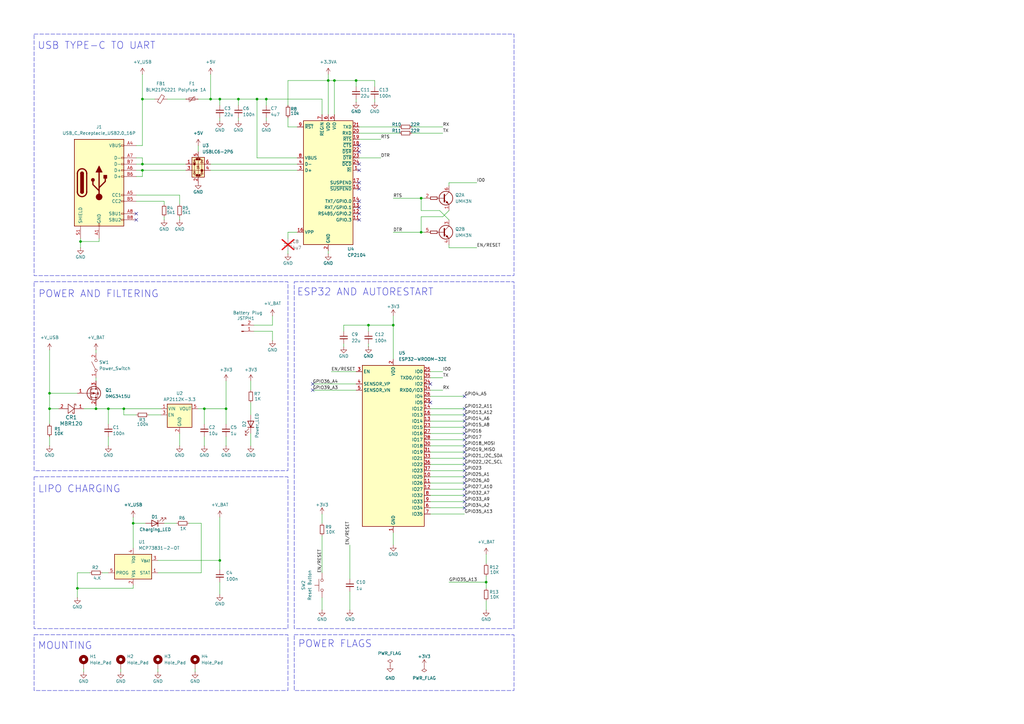
<source format=kicad_sch>
(kicad_sch (version 20231120) (generator "eeschema") (generator_version "8.0")
  (paper "A3")
  (title_block (title "ESP32 Board") (rev "1.0") (comment 1 "https://www.youtube.com/watch?v=b-7bMl6fJio") (comment 2 "https://cdn-learn.adafruit.com/assets/assets/000/041/630/original/feather_schem.png?1494449413") (comment 3 "https://dl.espressif.com/dl/schematics/ESP32-Core-Board-V2_sch.pdf"))
  (junction (at 199.39 238.76))
  (junction (at 92.71 167.64))
  (junction (at 50.8 167.64))
  (junction (at 105.41 40.64))
  (junction (at 151.13 133.35))
  (junction (at 39.37 167.64))
  (junction (at 54.61 214.63))
  (junction (at 109.22 40.64))
  (junction (at 33.02 99.06))
  (junction (at 58.42 69.85))
  (junction (at 20.32 161.29))
  (junction (at 172.72 95.25))
  (junction (at 58.42 67.31))
  (junction (at 137.16 33.02))
  (junction (at 44.45 167.64))
  (junction (at 161.29 133.35))
  (junction (at 20.32 167.64))
  (junction (at 90.17 40.64))
  (junction (at 146.05 33.02))
  (junction (at 172.72 81.28))
  (junction (at 134.62 33.02))
  (junction (at 58.42 40.64))
  (junction (at 31.75 241.3))
  (junction (at 90.17 229.87))
  (junction (at 86.36 40.64))
  (junction (at 83.82 167.64))
  (junction (at 97.79 40.64))
  (no_connect (at 147.32 62.23))
  (no_connect (at 190.5 208.28))
  (no_connect (at 190.5 190.5))
  (no_connect (at 190.5 172.72))
  (no_connect (at 190.5 182.88))
  (no_connect (at 147.32 87.63))
  (no_connect (at 190.5 193.04))
  (no_connect (at 147.32 77.47))
  (no_connect (at 190.5 162.56))
  (no_connect (at 176.53 165.1))
  (no_connect (at 190.5 200.66))
  (no_connect (at 128.27 160.02))
  (no_connect (at 55.88 90.17))
  (no_connect (at 55.88 87.63))
  (no_connect (at 147.32 85.09))
  (no_connect (at 190.5 170.18))
  (no_connect (at 190.5 195.58))
  (no_connect (at 190.5 167.64))
  (no_connect (at 190.5 185.42))
  (no_connect (at 147.32 59.69))
  (no_connect (at 147.32 69.85))
  (no_connect (at 147.32 67.31))
  (no_connect (at 128.27 157.48))
  (no_connect (at 190.5 187.96))
  (no_connect (at 147.32 74.93))
  (no_connect (at 190.5 177.8))
  (no_connect (at 190.5 180.34))
  (no_connect (at 190.5 175.26))
  (no_connect (at 147.32 90.17))
  (no_connect (at 147.32 82.55))
  (no_connect (at 190.5 198.12))
  (no_connect (at 190.5 203.2))
  (no_connect (at 190.5 205.74))
  (no_connect (at 176.53 157.48))
  (wire (pts (xy 109.22 48.26) (xy 109.22 49.53)))
  (wire (pts (xy 153.67 40.64) (xy 153.67 41.91)))
  (wire (pts (xy 34.29 167.64) (xy 39.37 167.64)))
  (wire (pts (xy 55.88 80.01) (xy 73.66 80.01)))
  (wire (pts (xy 44.45 173.99) (xy 44.45 167.64)))
  (wire (pts (xy 199.39 236.22) (xy 199.39 238.76)))
  (wire (pts (xy 143.51 223.52) (xy 143.51 237.49)))
  (wire (pts (xy 172.72 88.9) (xy 172.72 95.25)))
  (wire (pts (xy 176.53 185.42) (xy 190.5 185.42)))
  (wire (pts (xy 31.75 234.95) (xy 31.75 241.3)))
  (wire (pts (xy 118.11 52.07) (xy 118.11 48.26)))
  (wire (pts (xy 73.66 80.01) (xy 73.66 83.82)))
  (wire (pts (xy 140.97 133.35) (xy 140.97 135.89)))
  (wire (pts (xy 20.32 161.29) (xy 20.32 167.64)))
  (wire (pts (xy 104.14 133.35) (xy 111.76 133.35)))
  (wire (pts (xy 20.32 143.51) (xy 20.32 161.29)))
  (wire (pts (xy 50.8 170.18) (xy 50.8 167.64)))
  (wire (pts (xy 176.53 162.56) (xy 190.5 162.56)))
  (wire (pts (xy 55.88 82.55) (xy 67.31 82.55)))
  (wire (pts (xy 184.15 90.17) (xy 180.34 86.36)))
  (wire (pts (xy 132.08 214.63) (xy 132.08 210.82)))
  (wire (pts (xy 33.02 99.06) (xy 33.02 101.6)))
  (wire (pts (xy 176.53 205.74) (xy 190.5 205.74)))
  (wire (pts (xy 82.55 214.63) (xy 77.47 214.63)))
  (wire (pts (xy 67.31 214.63) (xy 72.39 214.63)))
  (wire (pts (xy 97.79 40.64) (xy 97.79 43.18)))
  (wire (pts (xy 199.39 238.76) (xy 199.39 241.3)))
  (wire (pts (xy 176.53 154.94) (xy 181.61 154.94)))
  (wire (pts (xy 83.82 167.64) (xy 83.82 173.99)))
  (wire (pts (xy 176.53 160.02) (xy 181.61 160.02)))
  (wire (pts (xy 92.71 179.07) (xy 92.71 182.88)))
  (wire (pts (xy 147.32 64.77) (xy 156.21 64.77)))
  (wire (pts (xy 128.27 160.02) (xy 146.05 160.02)))
  (wire (pts (xy 172.72 81.28) (xy 172.72 86.36)))
  (wire (pts (xy 49.53 274.32) (xy 49.53 275.59)))
  (wire (pts (xy 135.89 152.4) (xy 146.05 152.4)))
  (wire (pts (xy 31.75 245.11) (xy 31.75 241.3)))
  (wire (pts (xy 44.45 167.64) (xy 50.8 167.64)))
  (wire (pts (xy 20.32 161.29) (xy 31.75 161.29)))
  (wire (pts (xy 176.53 180.34) (xy 190.5 180.34)))
  (wire (pts (xy 176.53 200.66) (xy 190.5 200.66)))
  (wire (pts (xy 97.79 48.26) (xy 97.79 49.53)))
  (wire (pts (xy 128.27 157.48) (xy 146.05 157.48)))
  (wire (pts (xy 168.91 54.61) (xy 181.61 54.61)))
  (wire (pts (xy 172.72 88.9) (xy 181.61 88.9)))
  (wire (pts (xy 68.58 40.64) (xy 76.2 40.64)))
  (wire (pts (xy 90.17 229.87) (xy 90.17 233.68)))
  (wire (pts (xy 58.42 67.31) (xy 76.2 67.31)))
  (wire (pts (xy 199.39 227.33) (xy 199.39 231.14)))
  (wire (pts (xy 58.42 64.77) (xy 58.42 67.31)))
  (wire (pts (xy 41.91 234.95) (xy 44.45 234.95)))
  (wire (pts (xy 54.61 214.63) (xy 59.69 214.63)))
  (wire (pts (xy 161.29 129.54) (xy 161.29 133.35)))
  (wire (pts (xy 147.32 57.15) (xy 156.21 57.15)))
  (wire (pts (xy 54.61 214.63) (xy 54.61 224.79)))
  (wire (pts (xy 86.36 67.31) (xy 121.92 67.31)))
  (wire (pts (xy 86.36 69.85) (xy 121.92 69.85)))
  (wire (pts (xy 102.87 156.21) (xy 102.87 160.02)))
  (wire (pts (xy 40.64 99.06) (xy 33.02 99.06)))
  (wire (pts (xy 176.53 198.12) (xy 190.5 198.12)))
  (wire (pts (xy 140.97 133.35) (xy 151.13 133.35)))
  (wire (pts (xy 172.72 95.25) (xy 173.99 95.25)))
  (wire (pts (xy 132.08 234.95) (xy 132.08 219.71)))
  (wire (pts (xy 97.79 40.64) (xy 105.41 40.64)))
  (wire (pts (xy 39.37 166.37) (xy 39.37 167.64)))
  (wire (pts (xy 50.8 167.64) (xy 66.04 167.64)))
  (wire (pts (xy 86.36 40.64) (xy 86.36 30.48)))
  (wire (pts (xy 83.82 167.64) (xy 92.71 167.64)))
  (wire (pts (xy 64.77 234.95) (xy 82.55 234.95)))
  (wire (pts (xy 55.88 59.69) (xy 58.42 59.69)))
  (wire (pts (xy 104.14 135.89) (xy 111.76 135.89)))
  (wire (pts (xy 176.53 177.8) (xy 190.5 177.8)))
  (wire (pts (xy 83.82 179.07) (xy 83.82 182.88)))
  (wire (pts (xy 102.87 165.1) (xy 102.87 170.18)))
  (wire (pts (xy 39.37 143.51) (xy 39.37 144.78)))
  (wire (pts (xy 146.05 40.64) (xy 146.05 41.91)))
  (wire (pts (xy 176.53 195.58) (xy 190.5 195.58)))
  (wire (pts (xy 147.32 52.07) (xy 163.83 52.07)))
  (wire (pts (xy 118.11 102.87) (xy 118.11 104.14)))
  (wire (pts (xy 39.37 154.94) (xy 39.37 156.21)))
  (wire (pts (xy 90.17 40.64) (xy 97.79 40.64)))
  (wire (pts (xy 161.29 218.44) (xy 161.29 223.52)))
  (wire (pts (xy 137.16 33.02) (xy 134.62 33.02)))
  (wire (pts (xy 105.41 40.64) (xy 105.41 64.77)))
  (wire (pts (xy 184.15 101.6) (xy 195.58 101.6)))
  (wire (pts (xy 172.72 81.28) (xy 173.99 81.28)))
  (wire (pts (xy 81.28 40.64) (xy 86.36 40.64)))
  (wire (pts (xy 44.45 179.07) (xy 44.45 182.88)))
  (wire (pts (xy 151.13 133.35) (xy 151.13 135.89)))
  (wire (pts (xy 137.16 33.02) (xy 137.16 46.99)))
  (wire (pts (xy 147.32 54.61) (xy 163.83 54.61)))
  (wire (pts (xy 176.53 175.26) (xy 190.5 175.26)))
  (wire (pts (xy 55.88 72.39) (xy 58.42 72.39)))
  (wire (pts (xy 58.42 72.39) (xy 58.42 69.85)))
  (wire (pts (xy 80.01 274.32) (xy 80.01 275.59)))
  (wire (pts (xy 134.62 30.48) (xy 134.62 33.02)))
  (wire (pts (xy 161.29 81.28) (xy 172.72 81.28)))
  (wire (pts (xy 58.42 69.85) (xy 76.2 69.85)))
  (wire (pts (xy 64.77 274.32) (xy 64.77 275.59)))
  (wire (pts (xy 118.11 95.25) (xy 121.92 95.25)))
  (wire (pts (xy 140.97 140.97) (xy 140.97 142.24)))
  (wire (pts (xy 105.41 64.77) (xy 121.92 64.77)))
  (wire (pts (xy 20.32 179.07) (xy 20.32 182.88)))
  (wire (pts (xy 143.51 242.57) (xy 143.51 250.19)))
  (wire (pts (xy 151.13 133.35) (xy 161.29 133.35)))
  (wire (pts (xy 118.11 95.25) (xy 118.11 97.79)))
  (wire (pts (xy 102.87 177.8) (xy 102.87 182.88)))
  (wire (pts (xy 20.32 167.64) (xy 24.13 167.64)))
  (wire (pts (xy 58.42 30.48) (xy 58.42 40.64)))
  (wire (pts (xy 67.31 82.55) (xy 67.31 83.82)))
  (wire (pts (xy 134.62 102.87) (xy 134.62 104.14)))
  (wire (pts (xy 54.61 212.09) (xy 54.61 214.63)))
  (wire (pts (xy 31.75 234.95) (xy 36.83 234.95)))
  (wire (pts (xy 137.16 33.02) (xy 146.05 33.02)))
  (wire (pts (xy 176.53 210.82) (xy 190.5 210.82)))
  (wire (pts (xy 60.96 170.18) (xy 66.04 170.18)))
  (wire (pts (xy 161.29 95.25) (xy 172.72 95.25)))
  (wire (pts (xy 176.53 182.88) (xy 190.5 182.88)))
  (wire (pts (xy 58.42 40.64) (xy 63.5 40.64)))
  (wire (pts (xy 199.39 246.38) (xy 199.39 250.19)))
  (wire (pts (xy 90.17 40.64) (xy 90.17 43.18)))
  (wire (pts (xy 105.41 40.64) (xy 109.22 40.64)))
  (wire (pts (xy 86.36 40.64) (xy 90.17 40.64)))
  (wire (pts (xy 20.32 167.64) (xy 20.32 173.99)))
  (wire (pts (xy 33.02 97.79) (xy 33.02 99.06)))
  (wire (pts (xy 176.53 152.4) (xy 181.61 152.4)))
  (wire (pts (xy 82.55 234.95) (xy 82.55 214.63)))
  (wire (pts (xy 90.17 229.87) (xy 90.17 212.09)))
  (wire (pts (xy 153.67 33.02) (xy 153.67 35.56)))
  (wire (pts (xy 184.15 74.93) (xy 195.58 74.93)))
  (wire (pts (xy 34.29 274.32) (xy 34.29 275.59)))
  (wire (pts (xy 134.62 33.02) (xy 134.62 46.99)))
  (wire (pts (xy 92.71 167.64) (xy 92.71 173.99)))
  (wire (pts (xy 73.66 88.9) (xy 73.66 90.17)))
  (wire (pts (xy 172.72 86.36) (xy 180.34 86.36)))
  (wire (pts (xy 109.22 40.64) (xy 109.22 43.18)))
  (wire (pts (xy 161.29 133.35) (xy 161.29 147.32)))
  (wire (pts (xy 92.71 156.21) (xy 92.71 167.64)))
  (wire (pts (xy 151.13 140.97) (xy 151.13 142.24)))
  (wire (pts (xy 55.88 64.77) (xy 58.42 64.77)))
  (wire (pts (xy 168.91 52.07) (xy 181.61 52.07)))
  (wire (pts (xy 176.53 193.04) (xy 190.5 193.04)))
  (wire (pts (xy 109.22 40.64) (xy 132.08 40.64)))
  (wire (pts (xy 176.53 172.72) (xy 190.5 172.72)))
  (wire (pts (xy 40.64 97.79) (xy 40.64 99.06)))
  (wire (pts (xy 67.31 88.9) (xy 67.31 90.17)))
  (wire (pts (xy 31.75 241.3) (xy 54.61 241.3)))
  (wire (pts (xy 90.17 48.26) (xy 90.17 49.53)))
  (wire (pts (xy 55.88 69.85) (xy 58.42 69.85)))
  (wire (pts (xy 44.45 167.64) (xy 39.37 167.64)))
  (wire (pts (xy 176.53 190.5) (xy 190.5 190.5)))
  (wire (pts (xy 176.53 187.96) (xy 190.5 187.96)))
  (wire (pts (xy 146.05 33.02) (xy 153.67 33.02)))
  (wire (pts (xy 64.77 229.87) (xy 90.17 229.87)))
  (wire (pts (xy 58.42 59.69) (xy 58.42 40.64)))
  (wire (pts (xy 73.66 177.8) (xy 73.66 182.88)))
  (wire (pts (xy 184.15 86.36) (xy 181.61 88.9)))
  (wire (pts (xy 176.53 167.64) (xy 190.5 167.64)))
  (wire (pts (xy 54.61 241.3) (xy 54.61 240.03)))
  (wire (pts (xy 111.76 135.89) (xy 111.76 139.7)))
  (wire (pts (xy 81.28 59.69) (xy 81.28 62.23)))
  (wire (pts (xy 132.08 40.64) (xy 132.08 46.99)))
  (wire (pts (xy 176.53 208.28) (xy 190.5 208.28)))
  (wire (pts (xy 146.05 33.02) (xy 146.05 35.56)))
  (wire (pts (xy 118.11 33.02) (xy 134.62 33.02)))
  (wire (pts (xy 118.11 43.18) (xy 118.11 33.02)))
  (wire (pts (xy 184.15 74.93) (xy 184.15 76.2)))
  (wire (pts (xy 90.17 238.76) (xy 90.17 243.84)))
  (wire (pts (xy 121.92 52.07) (xy 118.11 52.07)))
  (wire (pts (xy 55.88 170.18) (xy 50.8 170.18)))
  (wire (pts (xy 176.53 203.2) (xy 190.5 203.2)))
  (wire (pts (xy 132.08 245.11) (xy 132.08 250.19)))
  (wire (pts (xy 58.42 67.31) (xy 55.88 67.31)))
  (wire (pts (xy 184.15 238.76) (xy 199.39 238.76)))
  (wire (pts (xy 184.15 100.33) (xy 184.15 101.6)))
  (wire (pts (xy 176.53 170.18) (xy 190.5 170.18)))
  (wire (pts (xy 111.76 133.35) (xy 111.76 129.54)))
  (wire (pts (xy 81.28 167.64) (xy 83.82 167.64)))
  (rectangle (start 120.65 260.35) (end 210.82 283.21) (stroke (width 0) (type dash)))
  (rectangle (start 13.97 195.58) (end 118.11 257.81) (stroke (width 0) (type dash)))
  (rectangle (start 13.97 260.35) (end 118.11 283.21) (stroke (width 0) (type dash)))
  (rectangle (start 120.65 115.57) (end 210.82 257.81) (stroke (width 0) (type dash)))
  (rectangle (start 13.97 13.97) (end 210.82 113.03) (stroke (width 0) (type dash)))
  (rectangle (start 13.97 115.57) (end 118.11 193.04) (stroke (width 0) (type dash)))
  (text "LIPO CHARGING" (at 32.512 200.66 0) (effects (font (size 2.921 2.921))))
  (text "USB TYPE-C TO UART" (at 39.624 18.796 0) (effects (font (size 2.921 2.921))))
  (text "ESP32 AND AUTORESTART" (at 149.86 119.888 0) (effects (font (size 2.921 2.921))))
  (text "POWER FLAGS" (at 137.414 264.16 0) (effects (font (size 2.921 2.921))))
  (text "MOUNTING" (at 26.67 264.922 0) (effects (font (size 2.921 2.921))))
  (text "POWER AND FILTERING" (at 40.386 120.65 0) (effects (font (size 2.921 2.921))))
  (label "GPIO27_A10" (at 190.5 200.66 0))
  (label "DTR" (at 156.21 64.77 0))
  (label "RTS" (at 161.29 81.28 0))
  (label "GPIO36_A4" (at 128.27 157.48 0))
  (label "GPIO34_A2" (at 190.5 208.28 0))
  (label "GPIO19_MISO" (at 190.5 185.42 0))
  (label "GPIO26_A0" (at 190.5 198.12 0))
  (label "GPIO18_MOSI" (at 190.5 182.88 0))
  (label "EN{slash}RESET" (at 135.89 152.4 0))
  (label "GPIO4_A5" (at 190.5 162.56 0))
  (label "EN{slash}RESET" (at 143.51 223.52 90))
  (label "GPIO14_A6" (at 190.5 172.72 0))
  (label "RTS" (at 156.21 57.15 0))
  (label "GPIO39_A3" (at 128.27 160.02 0))
  (label "GPIO13_A12" (at 190.5 170.18 0))
  (label "GPIO21_I2C_SDA" (at 190.5 187.96 0))
  (label "GPIO17" (at 190.5 180.34 0))
  (label "RX" (at 181.61 52.07 0))
  (label "GPIO35_A13" (at 184.15 238.76 0))
  (label "DTR" (at 161.29 95.25 0))
  (label "GPIO16" (at 190.5 177.8 0))
  (label "IO0" (at 195.58 74.93 0))
  (label "RX" (at 181.61 160.02 0))
  (label "EN{slash}RESET" (at 132.08 234.95 90))
  (label "GPIO22_I2C_SCL" (at 190.5 190.5 0))
  (label "GPIO25_A1" (at 190.5 195.58 0))
  (label "TX" (at 181.61 154.94 0))
  (label "GPIO12_A11" (at 190.5 167.64 0))
  (label "IO0" (at 181.61 152.4 0))
  (label "GPIO33_A9" (at 190.5 205.74 0))
  (label "GPIO23" (at 190.5 193.04 0))
  (label "TX" (at 181.61 54.61 0))
  (label "GPIO32_A7" (at 190.5 203.2 0))
  (label "GPIO15_A8" (at 190.5 175.26 0))
  (label "GPIO35_A13" (at 190.5 210.82 0))
  (label "EN{slash}RESET" (at 195.58 101.6 0))
  (symbol (lib_id "Device:R_Small") (at 73.66 86.36 0) (unit 1)
    (property "Reference" "R5" (at 74.676 85.344 0) (effects (justify left)))
    (property "Value" "5k1" (at 74.676 87.122 0) (effects (justify left)))
    (property "Footprint" "Resistor_SMD:R_0402_1005Metric_Pad0.72x0.64mm_HandSolder" (effects (hide yes)))
    (property "Description" "Resistor, small symbol" (effects (hide yes)))
  )
  (symbol (lib_id "Device:R_Small") (at 102.87 162.56 0) (unit 1)
    (property "Reference" "R7" (at 104.14 161.544 0) (effects (justify left)))
    (property "Value" "1K" (at 104.394 163.576 0) (effects (justify left)))
    (property "Footprint" "Resistor_SMD:R_0402_1005Metric_Pad0.72x0.64mm_HandSolder" (effects (hide yes)))
    (property "Description" "Resistor, small symbol" (effects (hide yes)))
  )
  (symbol (lib_id "Regulator_Linear:AP2112K-3.3") (at 73.66 170.18 0) (unit 1)
    (property "Reference" "U2" (at 73.66 161.29 0))
    (property "Value" "AP2112K-3.3" (at 73.66 163.83 0))
    (property "Footprint" "Package_TO_SOT_SMD:SOT-23-5" (effects (hide yes)))
    (property "Datasheet" "https://www.diodes.com/assets/Datasheets/AP2112.pdf" (effects (hide yes)))
    (property "Description" "600mA low dropout linear regulator, with enable pin, 3.8V-6V input voltage range, 3.3V fixed positive output, SOT-23-5" (effects (hide yes)))
  )
  (symbol (lib_id "power:GND") (at 161.29 223.52 0) (unit 1)
    (property "Reference" "#PWR042" (effects (hide yes)))
    (property "Value" "GND" (at 161.29 227.33 0))
  )
  (symbol (lib_id "power:GND") (at 146.05 41.91 0) (unit 1)
    (property "Reference" "#PWR038" (effects (hide yes)))
    (property "Value" "GND" (at 146.05 45.72 0))
    (property "Description" "Power symbol creates a global label with name \"GND\" , ground" (effects (hide yes)))
  )
  (symbol (lib_id "power:GND") (at 31.75 245.11 0) (unit 1)
    (property "Reference" "#PWR03" (effects (hide yes)))
    (property "Value" "GND" (at 31.75 248.92 0))
  )
  (symbol (lib_id "Switch:SW_Push") (at 132.08 240.03 90) (unit 1)
    (property "Reference" "SW2" (at 124.46 240.03 0))
    (property "Value" "Reset Button" (at 127 240.03 0))
    (property "Footprint" "Button_Switch_SMD:SW_Push_SPST_NO_Alps_SKRK" (effects (hide yes)))
    (property "Description" "Push button switch, generic, two pins" (effects (hide yes)))
  )
  (symbol (lib_id "power:+BATT") (at 199.39 227.33 0) (unit 1)
    (property "Reference" "#PWR043" (effects (hide yes)))
    (property "Value" "+V_BAT" (at 199.39 222.25 0))
    (property "Description" "Power symbol creates a global label with name \"+BATT\"" (effects (hide yes)))
  )
  (symbol (lib_id "Device:R_Small") (at 118.11 45.72 0) (unit 1)
    (property "Reference" "R8" (at 119.126 44.704 0) (effects (justify left)))
    (property "Value" "10k" (at 119.126 46.482 0) (effects (justify left)))
    (property "Footprint" "Resistor_SMD:R_0402_1005Metric_Pad0.72x0.64mm_HandSolder" (effects (hide yes)))
    (property "Description" "Resistor, small symbol" (effects (hide yes)))
  )
  (symbol (lib_id "Device:C_Small") (at 83.82 176.53 0) (unit 1)
    (property "Reference" "C2" (at 85.598 175.26 0) (effects (justify left)))
    (property "Value" "10u" (at 85.598 177.8 0) (effects (justify left)))
    (property "Footprint" "Capacitor_SMD:C_0805_2012Metric_Pad1.18x1.45mm_HandSolder" (effects (hide yes)))
    (property "Description" "Unpolarized capacitor, small symbol" (effects (hide yes)))
  )
  (symbol (lib_id "power:GND") (at 34.29 275.59 0) (unit 1)
    (property "Reference" "#PWR05" (effects (hide yes)))
    (property "Value" "GND" (at 34.29 279.4 0))
    (property "Description" "Power symbol creates a global label with name \"GND\" , ground" (effects (hide yes)))
  )
  (symbol (lib_id "Device:C_Small") (at 118.11 100.33 0) (unit 1) (in_bom no) (on_board no) (dnp yes)
    (property "Reference" "C8" (at 119.888 99.06 0) (effects (justify left)))
    (property "Value" "4u7" (at 119.888 101.6 0) (effects (justify left)))
    (property "Footprint" "Capacitor_SMD:C_0805_2012Metric_Pad1.18x1.45mm_HandSolder" (effects (hide yes)))
    (property "Description" "Unpolarized capacitor, small symbol" (effects (hide yes)))
  )
  (symbol (lib_id "Connector:Conn_01x02_Pin") (at 99.06 135.89 0) (mirror x) (unit 1)
    (property "Reference" "JSTPH1" (at 100.838 130.556 0))
    (property "Value" "Battery Plug" (at 101.6 128.27 0))
    (property "Footprint" "Connector_JST:JST_PH_S2B-PH-K_1x02_P2.00mm_Horizontal" (effects (hide yes)))
    (property "Description" "Generic connector, single row, 01x02, script generated" (effects (hide yes)))
  )
  (symbol (lib_id "power:+5VP") (at 54.61 212.09 0) (unit 1)
    (property "Reference" "#PWR09" (effects (hide yes)))
    (property "Value" "+V_USB" (at 54.61 207.01 0))
    (property "Description" "Power symbol creates a global label with name \"+5VP\"" (effects (hide yes)))
  )
  (symbol (lib_id "power:GND") (at 73.66 90.17 0) (unit 1)
    (property "Reference" "#PWR013" (effects (hide yes)))
    (property "Value" "GND" (at 73.66 93.98 0))
    (property "Description" "Power symbol creates a global label with name \"GND\" , ground" (effects (hide yes)))
  )
  (symbol (lib_id "Device:R_Small") (at 74.93 214.63 270) (unit 1)
    (property "Reference" "R6" (at 73.279 212.471 90) (effects (justify left)))
    (property "Value" "1K" (at 73.787 216.789 90) (effects (justify left)))
    (property "Footprint" "Resistor_SMD:R_0402_1005Metric_Pad0.72x0.64mm_HandSolder" (effects (hide yes)))
    (property "Description" "Resistor, small symbol" (effects (hide yes)))
  )
  (symbol (lib_id "Transistor_BJT:UMH3N") (at 179.07 95.25 0) (unit 2)
    (property "Reference" "Q2" (at 186.69 93.9799 0) (effects (justify left)))
    (property "Value" "UMH3N" (at 186.69 96.5199 0) (effects (justify left)))
    (property "Footprint" "Package_TO_SOT_SMD:SOT-363_SC-70-6" (effects (hide yes)))
    (property "Datasheet" "http://rohmfs.rohm.com/en/products/databook/datasheet/discrete/transistor/digital/emh3t2r-e.pdf" (effects (hide yes)))
    (property "Description" "0.1A Ic, 50V Vce, Dual NPN Input Resistor Transistors, SOT-363" (effects (hide yes)))
  )
  (symbol (lib_id "Mechanical:MountingHole_Pad") (at 49.53 271.78 0) (unit 1)
    (property "Reference" "H2" (at 52.07 269.2399 0) (effects (justify left)))
    (property "Value" "Hole_Pad" (at 52.07 271.7799 0) (effects (justify left)))
    (property "Footprint" "MountingHole:MountingHole_2.2mm_M2_Pad_Via" (effects (hide yes)))
    (property "Description" "Mounting Hole with connection" (effects (hide yes)))
  )
  (symbol (lib_id "power:GND") (at 199.39 250.19 0) (unit 1)
    (property "Reference" "#PWR044" (effects (hide yes)))
    (property "Value" "GND" (at 199.39 254 0))
  )
  (symbol (lib_id "power:+BATT") (at 90.17 212.09 0) (unit 1)
    (property "Reference" "#PWR021" (effects (hide yes)))
    (property "Value" "+V_BAT" (at 90.17 207.01 0))
    (property "Description" "Power symbol creates a global label with name \"+BATT\"" (effects (hide yes)))
  )
  (symbol (lib_id "Device:C_Small") (at 143.51 240.03 0) (unit 1)
    (property "Reference" "C10" (at 146.05 238.7662 0) (effects (justify left)))
    (property "Value" "1u" (at 146.05 241.3062 0) (effects (justify left)))
    (property "Footprint" "Capacitor_SMD:C_0402_1005Metric_Pad0.74x0.62mm_HandSolder" (effects (hide yes)))
  )
  (symbol (lib_id "Mechanical:MountingHole_Pad") (at 34.29 271.78 0) (unit 1)
    (property "Reference" "H1" (at 36.83 269.2399 0) (effects (justify left)))
    (property "Value" "Hole_Pad" (at 36.83 271.7799 0) (effects (justify left)))
    (property "Footprint" "MountingHole:MountingHole_2.2mm_M2_Pad_Via" (effects (hide yes)))
    (property "Description" "Mounting Hole with connection" (effects (hide yes)))
  )
  (symbol (lib_id "Device:C_Small") (at 44.45 176.53 0) (unit 1)
    (property "Reference" "C1" (at 46.228 175.26 0) (effects (justify left)))
    (property "Value" "100n" (at 46.228 177.8 0) (effects (justify left)))
    (property "Footprint" "Capacitor_SMD:C_0805_2012Metric_Pad1.18x1.45mm_HandSolder" (effects (hide yes)))
    (property "Description" "Unpolarized capacitor, small symbol" (effects (hide yes)))
  )
  (symbol (lib_id "power:GND") (at 90.17 49.53 0) (unit 1)
    (property "Reference" "#PWR020" (effects (hide yes)))
    (property "Value" "GND" (at 90.17 53.34 0))
    (property "Description" "Power symbol creates a global label with name \"GND\" , ground" (effects (hide yes)))
  )
  (symbol (lib_id "power:GND") (at 102.87 182.88 0) (unit 1)
    (property "Reference" "#PWR027" (effects (hide yes)))
    (property "Value" "GND" (at 102.87 186.69 0))
    (property "Description" "Power symbol creates a global label with name \"GND\" , ground" (effects (hide yes)))
  )
  (symbol (lib_id "power:GND") (at 118.11 104.14 0) (unit 1)
    (property "Reference" "#PWR031" (effects (hide yes)))
    (property "Value" "GND" (at 118.11 107.95 0))
    (property "Description" "Power symbol creates a global label with name \"GND\" , ground" (effects (hide yes)))
  )
  (symbol (lib_id "Device:C_Small") (at 151.13 138.43 0) (unit 1)
    (property "Reference" "C12" (at 153.67 137.1663 0) (effects (justify left)))
    (property "Value" "100n" (at 153.67 139.7063 0) (effects (justify left)))
    (property "Footprint" "Capacitor_SMD:C_0402_1005Metric_Pad0.74x0.62mm_HandSolder" (effects (hide yes)))
  )
  (symbol (lib_id "power:GND") (at 44.45 182.88 0) (unit 1)
    (property "Reference" "#PWR07" (effects (hide yes)))
    (property "Value" "GND" (at 44.45 186.69 0))
    (property "Description" "Power symbol creates a global label with name \"GND\" , ground" (effects (hide yes)))
  )
  (symbol (lib_id "power:PWR_FLAG") (at 160.02 273.05 0) (unit 1)
    (property "Reference" "#FLG01" (effects (hide yes)))
    (property "Value" "PWR_FLAG" (at 154.94 267.97 0) (effects (justify left)))
  )
  (symbol (lib_id "power:GND") (at 80.01 275.59 0) (unit 1)
    (property "Reference" "#PWR015" (effects (hide yes)))
    (property "Value" "GND" (at 80.01 279.4 0))
    (property "Description" "Power symbol creates a global label with name \"GND\" , ground" (effects (hide yes)))
  )
  (symbol (lib_id "power:PWR_FLAG") (at 173.99 273.05 180) (unit 1)
    (property "Reference" "#FLG02" (effects (hide yes)))
    (property "Value" "PWR_FLAG" (at 173.99 278.13 0))
  )
  (symbol (lib_id "Transistor_BJT:UMH3N") (at 179.07 81.28 0) (unit 1)
    (property "Reference" "Q2" (at 186.69 80.0099 0) (effects (justify left)))
    (property "Value" "UMH3N" (at 186.69 82.5499 0) (effects (justify left)))
    (property "Footprint" "Package_TO_SOT_SMD:SOT-363_SC-70-6" (effects (hide yes)))
    (property "Datasheet" "http://rohmfs.rohm.com/en/products/databook/datasheet/discrete/transistor/digital/emh3t2r-e.pdf" (effects (hide yes)))
    (property "Description" "0.1A Ic, 50V Vce, Dual NPN Input Resistor Transistors, SOT-363" (effects (hide yes)))
  )
  (symbol (lib_id "power:GND") (at 109.22 49.53 0) (unit 1)
    (property "Reference" "#PWR028" (effects (hide yes)))
    (property "Value" "GND" (at 109.22 53.34 0))
    (property "Description" "Power symbol creates a global label with name \"GND\" , ground" (effects (hide yes)))
  )
  (symbol (lib_id "power:+5V") (at 81.28 59.69 0) (unit 1)
    (property "Reference" "#PWR016" (effects (hide yes)))
    (property "Value" "+5V" (at 81.28 54.61 0))
    (property "Description" "Power symbol creates a global label with name \"+5V\"" (effects (hide yes)))
  )
  (symbol (lib_id "Device:C_Small") (at 153.67 38.1 0) (unit 1)
    (property "Reference" "C13" (at 155.448 36.83 0) (effects (justify left)))
    (property "Value" "100n" (at 155.448 39.37 0) (effects (justify left)))
    (property "Footprint" "Capacitor_SMD:C_0805_2012Metric_Pad1.18x1.45mm_HandSolder" (effects (hide yes)))
    (property "Description" "Unpolarized capacitor, small symbol" (effects (hide yes)))
  )
  (symbol (lib_id "Device:LED") (at 102.87 173.99 270) (mirror x) (unit 1)
    (property "Reference" "D2" (at 100.203 172.593 0) (effects (justify right)))
    (property "Value" "Power_LED" (at 105.41 169.418 0) (effects (justify right)))
    (property "Footprint" "LED_SMD:LED_0603_1608Metric_Pad1.05x0.95mm_HandSolder" (effects (hide yes)))
    (property "Description" "Light emitting diode" (effects (hide yes)))
  )
  (symbol (lib_id "power:GND") (at 134.62 104.14 0) (unit 1)
    (property "Reference" "#PWR035" (effects (hide yes)))
    (property "Value" "GND" (at 134.62 107.95 0))
    (property "Description" "Power symbol creates a global label with name \"GND\" , ground" (effects (hide yes)))
  )
  (symbol (lib_id "power:GND") (at 67.31 90.17 0) (unit 1)
    (property "Reference" "#PWR012" (effects (hide yes)))
    (property "Value" "GND" (at 67.31 93.98 0))
    (property "Description" "Power symbol creates a global label with name \"GND\" , ground" (effects (hide yes)))
  )
  (symbol (lib_id "Device:C_Small") (at 90.17 45.72 0) (unit 1)
    (property "Reference" "C3" (at 91.948 44.45 0) (effects (justify left)))
    (property "Value" "22u" (at 91.948 46.99 0) (effects (justify left)))
    (property "Footprint" "Capacitor_SMD:C_0805_2012Metric_Pad1.18x1.45mm_HandSolder" (effects (hide yes)))
    (property "Description" "Unpolarized capacitor, small symbol" (effects (hide yes)))
  )
  (symbol (lib_id "MBR120:MBR120LSFT3G") (at 24.13 167.64 0) (unit 1)
    (property "Reference" "CR1" (at 29.21 171.196 0) (effects (font (size 1.524 1.524))))
    (property "Value" "MBR120" (at 29.21 173.736 0) (effects (font (size 1.524 1.524))))
    (property "Footprint" "MBR120:SDO_SOD-123FL498_OSI" (effects (hide yes)))
    (property "Datasheet" "MBR120LSFT3G" (effects (hide yes)))
  )
  (symbol (lib_id "RF_Module:ESP32-WROOM-32E") (at 161.29 182.88 0) (unit 1)
    (property "Reference" "U5" (at 163.4841 144.78 0) (effects (justify left)))
    (property "Value" "ESP32-WROOM-32E" (at 163.4841 147.32 0) (effects (justify left)))
    (property "Footprint" "RF_Module:ESP32-WROOM-32D" (effects (hide yes)))
    (property "Datasheet" "https://www.espressif.com/sites/default/files/documentation/esp32-wroom-32e_esp32-wroom-32ue_datasheet_en.pdf" (effects (hide yes)))
    (property "Description" "RF Module, ESP32-D0WD-V3 SoC, without PSRAM, Wi-Fi 802.11b/g/n, Bluetooth, BLE, 32-bit, 2.7-3.6V, onboard antenna, SMD" (effects (hide yes)))
  )
  (symbol (lib_id "power:GND") (at 140.97 142.24 0) (unit 1)
    (property "Reference" "#PWR036" (effects (hide yes)))
    (property "Value" "GND" (at 140.97 146.05 0))
  )
  (symbol (lib_id "power:GND") (at 111.76 139.7 0) (unit 1)
    (property "Reference" "#PWR030" (effects (hide yes)))
    (property "Value" "GND" (at 111.76 143.51 0))
    (property "Description" "Power symbol creates a global label with name \"GND\" , ground" (effects (hide yes)))
  )
  (symbol (lib_id "Device:R_Small") (at 166.37 52.07 90) (unit 1)
    (property "Reference" "R10" (at 164.592 51.054 90) (effects (justify left)))
    (property "Value" "22R" (at 172.212 51.054 90) (effects (justify left)))
    (property "Footprint" "Resistor_SMD:R_0402_1005Metric_Pad0.72x0.64mm_HandSolder" (effects (hide yes)))
    (property "Description" "Resistor, small symbol" (effects (hide yes)))
  )
  (symbol (lib_id "Interface_USB:CP2104") (at 134.62 74.93 0) (unit 1)
    (property "Reference" "U4" (at 142.494 102.108 0) (effects (justify left)))
    (property "Value" "CP2104" (at 142.494 104.648 0) (effects (justify left)))
    (property "Footprint" "Package_DFN_QFN:QFN-24-1EP_4x4mm_P0.5mm_EP2.6x2.6mm" (effects (hide yes)))
    (property "Datasheet" "https://www.silabs.com/documents/public/data-sheets/cp2104.pdf" (effects (hide yes)))
    (property "Description" "Single-Chip USB-to-UART Bridge, USB 2.0 Full-Speed, 2Mbps UART, QFN-24" (effects (hide yes)))
  )
  (symbol (lib_id "power:+BATT") (at 39.37 143.51 0) (unit 1)
    (property "Reference" "#PWR06" (effects (hide yes)))
    (property "Value" "+V_BAT" (at 39.37 138.43 0))
    (property "Description" "Power symbol creates a global label with name \"+BATT\"" (effects (hide yes)))
  )
  (symbol (lib_id "power:+3.3V") (at 161.29 129.54 0) (unit 1)
    (property "Reference" "#PWR041" (effects (hide yes)))
    (property "Value" "+3V3" (at 161.29 125.73 0))
  )
  (symbol (lib_id "power:+5VP") (at 58.42 30.48 0) (unit 1)
    (property "Reference" "#PWR010" (effects (hide yes)))
    (property "Value" "+V_USB" (at 58.42 25.4 0))
    (property "Description" "Power symbol creates a global label with name \"+5VP\"" (effects (hide yes)))
  )
  (symbol (lib_id "Device:R_Small") (at 20.32 176.53 0) (unit 1)
    (property "Reference" "R1" (at 22.225 175.895 0) (effects (justify left)))
    (property "Value" "10K" (at 22.225 177.8 0) (effects (justify left)))
    (property "Footprint" "Resistor_SMD:R_0402_1005Metric_Pad0.72x0.64mm_HandSolder" (effects (hide yes)))
  )
  (symbol (lib_id "Device:C_Small") (at 109.22 45.72 0) (unit 1)
    (property "Reference" "C7" (at 110.998 44.45 0) (effects (justify left)))
    (property "Value" "4u7" (at 110.998 46.99 0) (effects (justify left)))
    (property "Footprint" "Capacitor_SMD:C_0805_2012Metric_Pad1.18x1.45mm_HandSolder" (effects (hide yes)))
    (property "Description" "Unpolarized capacitor, small symbol" (effects (hide yes)))
  )
  (symbol (lib_id "power:GND") (at 97.79 49.53 0) (unit 1)
    (property "Reference" "#PWR025" (effects (hide yes)))
    (property "Value" "GND" (at 97.79 53.34 0))
    (property "Description" "Power symbol creates a global label with name \"GND\" , ground" (effects (hide yes)))
  )
  (symbol (lib_id "Device:C_Small") (at 92.71 176.53 0) (unit 1)
    (property "Reference" "C5" (at 94.488 175.26 0) (effects (justify left)))
    (property "Value" "1u" (at 94.488 177.8 0) (effects (justify left)))
    (property "Footprint" "Capacitor_SMD:C_0805_2012Metric_Pad1.18x1.45mm_HandSolder" (effects (hide yes)))
    (property "Description" "Unpolarized capacitor, small symbol" (effects (hide yes)))
  )
  (symbol (lib_id "power:GND") (at 160.02 273.05 0) (unit 1)
    (property "Reference" "#PWR045" (effects (hide yes)))
    (property "Value" "GND" (at 160.02 278.13 0))
  )
  (symbol (lib_id "power:+BATT") (at 111.76 129.54 0) (unit 1)
    (property "Reference" "#PWR029" (effects (hide yes)))
    (property "Value" "+V_BAT" (at 111.76 124.46 0))
    (property "Description" "Power symbol creates a global label with name \"+BATT\"" (effects (hide yes)))
  )
  (symbol (lib_id "power:GND") (at 132.08 250.19 0) (unit 1)
    (property "Reference" "#PWR033" (effects (hide yes)))
    (property "Value" "GND" (at 132.08 254 0))
  )
  (symbol (lib_id "Device:C_Small") (at 146.05 38.1 0) (unit 1)
    (property "Reference" "C11" (at 147.828 36.83 0) (effects (justify left)))
    (property "Value" "22u" (at 147.828 39.37 0) (effects (justify left)))
    (property "Footprint" "Capacitor_SMD:C_0805_2012Metric_Pad1.18x1.45mm_HandSolder" (effects (hide yes)))
    (property "Description" "Unpolarized capacitor, small symbol" (effects (hide yes)))
  )
  (symbol (lib_id "power:GND") (at 20.32 182.88 0) (unit 1)
    (property "Reference" "#PWR02" (effects (hide yes)))
    (property "Value" "GND" (at 20.32 186.69 0))
    (property "Description" "Power symbol creates a global label with name \"GND\" , ground" (effects (hide yes)))
  )
  (symbol (lib_id "Device:C_Small") (at 140.97 138.43 0) (unit 1)
    (property "Reference" "C9" (at 144.145 137.1663 0) (effects (justify left)))
    (property "Value" "22u" (at 144.145 139.7063 0) (effects (justify left)))
    (property "Footprint" "Capacitor_SMD:C_0805_2012Metric_Pad1.18x1.45mm_HandSolder" (effects (hide yes)))
  )
  (symbol (lib_id "power:+3.3V") (at 92.71 156.21 0) (unit 1)
    (property "Reference" "#PWR023" (effects (hide yes)))
    (property "Value" "+3V3" (at 92.71 151.638 0))
  )
  (symbol (lib_id "power:+5V") (at 86.36 30.48 0) (unit 1)
    (property "Reference" "#PWR019" (effects (hide yes)))
    (property "Value" "+5V" (at 86.36 25.4 0))
    (property "Description" "Power symbol creates a global label with name \"+5V\"" (effects (hide yes)))
  )
  (symbol (lib_id "Device:R_Small") (at 199.39 243.84 0) (unit 1)
    (property "Reference" "R13" (at 200.66 242.824 0) (effects (justify left)))
    (property "Value" "10K" (at 200.914 244.856 0) (effects (justify left)))
    (property "Footprint" "Resistor_SMD:R_0402_1005Metric_Pad0.72x0.64mm_HandSolder" (effects (hide yes)))
    (property "Description" "Resistor, small symbol" (effects (hide yes)))
  )
  (symbol (lib_id "power:+3.3V") (at 132.08 210.82 0) (unit 1)
    (property "Reference" "#PWR032" (effects (hide yes)))
    (property "Value" "+3V3" (at 132.08 207.01 0))
  )
  (symbol (lib_id "power:GND") (at 83.82 182.88 0) (unit 1)
    (property "Reference" "#PWR018" (effects (hide yes)))
    (property "Value" "GND" (at 83.82 186.69 0))
    (property "Description" "Power symbol creates a global label with name \"GND\" , ground" (effects (hide yes)))
  )
  (symbol (lib_id "Switch:SW_SPST") (at 39.37 149.86 90) (unit 1)
    (property "Reference" "SW1" (at 40.64 148.5899 90) (effects (justify right)))
    (property "Value" "Power_Switch" (at 40.64 151.1299 90) (effects (justify right)))
    (property "Footprint" "Button_Switch_THT:SW_DIP_SPSTx01_Slide_9.78x4.72mm_W7.62mm_P2.54mm" (effects (hide yes)))
    (property "Description" "Single Pole Single Throw (SPST) switch" (effects (hide yes)))
  )
  (symbol (lib_id "Device:R_Small") (at 58.42 170.18 90) (unit 1)
    (property "Reference" "R3" (at 59.69 172.212 90) (effects (justify left)))
    (property "Value" "100k" (at 60.96 173.99 90) (effects (justify left)))
    (property "Footprint" "Resistor_SMD:R_0402_1005Metric_Pad0.72x0.64mm_HandSolder" (effects (hide yes)))
    (property "Description" "Resistor, small symbol" (effects (hide yes)))
  )
  (symbol (lib_id "power:GND") (at 81.28 74.93 0) (unit 1)
    (property "Reference" "#PWR017" (effects (hide yes)))
    (property "Value" "GND" (at 81.28 78.74 0))
    (property "Description" "Power symbol creates a global label with name \"GND\" , ground" (effects (hide yes)))
  )
  (symbol (lib_id "power:GND") (at 92.71 182.88 0) (unit 1)
    (property "Reference" "#PWR024" (effects (hide yes)))
    (property "Value" "GND" (at 92.71 186.69 0))
    (property "Description" "Power symbol creates a global label with name \"GND\" , ground" (effects (hide yes)))
  )
  (symbol (lib_id "Connector:USB_C_Receptacle_USB2.0_16P") (at 40.64 74.93 0) (unit 1)
    (property "Reference" "J1" (at 40.64 52.07 0))
    (property "Value" "USB_C_Receptacle_USB2.0_16P" (at 40.64 54.61 0))
    (property "Footprint" "Connector_USB:USB_C_Receptacle_HRO_TYPE-C-31-M-12" (effects (hide yes)))
    (property "Datasheet" "https://www.usb.org/sites/default/files/documents/usb_type-c.zip" (effects (hide yes)))
    (property "Description" "USB 2.0-only 16P Type-C Receptacle connector" (effects (hide yes)))
  )
  (symbol (lib_id "Power_Protection:USBLC6-2P6") (at 81.28 67.31 0) (unit 1)
    (property "Reference" "U3" (at 82.9311 59.69 0) (effects (justify left)))
    (property "Value" "USBLC6-2P6" (at 82.9311 62.23 0) (effects (justify left)))
    (property "Footprint" "Package_TO_SOT_SMD:SOT-666" (effects (hide yes)))
    (property "Datasheet" "https://www.st.com/resource/en/datasheet/usblc6-2.pdf" (effects (hide yes)))
    (property "Description" "Very low capacitance ESD protection diode, 2 data-line, SOT-666" (effects (hide yes)))
  )
  (symbol (lib_id "Device:R_Small") (at 166.37 54.61 90) (unit 1)
    (property "Reference" "R11" (at 164.592 53.594 90) (effects (justify left)))
    (property "Value" "22R" (at 172.212 53.594 90) (effects (justify left)))
    (property "Footprint" "Resistor_SMD:R_0402_1005Metric_Pad0.72x0.64mm_HandSolder" (effects (hide yes)))
    (property "Description" "Resistor, small symbol" (effects (hide yes)))
  )
  (symbol (lib_id "power:+5VP") (at 20.32 143.51 0) (unit 1)
    (property "Reference" "#PWR01" (effects (hide yes)))
    (property "Value" "+V_USB" (at 20.32 138.43 0))
    (property "Description" "Power symbol creates a global label with name \"+5VP\"" (effects (hide yes)))
  )
  (symbol (lib_id "power:+3.3V") (at 102.87 156.21 0) (unit 1)
    (property "Reference" "#PWR026" (effects (hide yes)))
    (property "Value" "+3V3" (at 102.87 151.638 0))
  )
  (symbol (lib_id "Device:C_Small") (at 97.79 45.72 0) (unit 1)
    (property "Reference" "C6" (at 99.568 44.45 0) (effects (justify left)))
    (property "Value" "100n" (at 99.568 46.99 0) (effects (justify left)))
    (property "Footprint" "Capacitor_SMD:C_0805_2012Metric_Pad1.18x1.45mm_HandSolder" (effects (hide yes)))
    (property "Description" "Unpolarized capacitor, small symbol" (effects (hide yes)))
  )
  (symbol (lib_id "power:GND") (at 49.53 275.59 0) (unit 1)
    (property "Reference" "#PWR08" (effects (hide yes)))
    (property "Value" "GND" (at 49.53 279.4 0))
    (property "Description" "Power symbol creates a global label with name \"GND\" , ground" (effects (hide yes)))
  )
  (symbol (lib_id "Mechanical:MountingHole_Pad") (at 80.01 271.78 0) (unit 1)
    (property "Reference" "H4" (at 82.55 269.2399 0) (effects (justify left)))
    (property "Value" "Hole_Pad" (at 82.55 271.7799 0) (effects (justify left)))
    (property "Footprint" "MountingHole:MountingHole_2.2mm_M2_Pad_Via" (effects (hide yes)))
    (property "Description" "Mounting Hole with connection" (effects (hide yes)))
  )
  (symbol (lib_id "power:GND") (at 151.13 142.24 0) (unit 1)
    (property "Reference" "#PWR039" (effects (hide yes)))
    (property "Value" "GND" (at 151.13 146.05 0))
  )
  (symbol (lib_id "Device:Polyfuse_Small") (at 78.74 40.64 90) (unit 1)
    (property "Reference" "F1" (at 78.74 34.29 90))
    (property "Value" "Polyfuse 1A" (at 78.74 36.83 90))
    (property "Footprint" "Fuse:Fuse_1206_3216Metric_Pad1.42x1.75mm_HandSolder" (effects (hide yes)))
    (property "Description" "Resettable fuse, polymeric positive temperature coefficient, small symbol" (effects (hide yes)))
  )
  (symbol (lib_id "Device:R_Small") (at 67.31 86.36 0) (unit 1)
    (property "Reference" "R4" (at 68.326 85.344 0) (effects (justify left)))
    (property "Value" "5k1" (at 68.326 87.122 0) (effects (justify left)))
    (property "Footprint" "Resistor_SMD:R_0402_1005Metric_Pad0.72x0.64mm_HandSolder" (effects (hide yes)))
    (property "Description" "Resistor, small symbol" (effects (hide yes)))
  )
  (symbol (lib_id "Device:C_Small") (at 90.17 236.22 0) (unit 1)
    (property "Reference" "C4" (at 92.71 234.9563 0) (effects (justify left)))
    (property "Value" "100n" (at 92.71 237.4963 0) (effects (justify left)))
    (property "Footprint" "Capacitor_SMD:C_0402_1005Metric_Pad0.74x0.62mm_HandSolder" (effects (hide yes)))
  )
  (symbol (lib_id "Device:R_Small") (at 132.08 217.17 0) (unit 1)
    (property "Reference" "R9" (at 133.35 216.154 0) (effects (justify left)))
    (property "Value" "10K" (at 133.604 218.186 0) (effects (justify left)))
    (property "Footprint" "Resistor_SMD:R_0402_1005Metric_Pad0.72x0.64mm_HandSolder" (effects (hide yes)))
    (property "Description" "Resistor, small symbol" (effects (hide yes)))
  )
  (symbol (lib_id "power:+3.3VA") (at 134.62 30.48 0) (unit 1)
    (property "Reference" "#PWR034" (effects (hide yes)))
    (property "Value" "+3.3VA" (at 134.62 25.4 0))
    (property "Description" "Power symbol creates a global label with name \"+3.3VA\"" (effects (hide yes)))
  )
  (symbol (lib_id "power:GND") (at 90.17 243.84 0) (unit 1)
    (property "Reference" "#PWR022" (effects (hide yes)))
    (property "Value" "GND" (at 90.17 247.65 0))
  )
  (symbol (lib_id "power:GND") (at 143.51 250.19 0) (unit 1)
    (property "Reference" "#PWR037" (effects (hide yes)))
    (property "Value" "GND" (at 143.51 254 0))
  )
  (symbol (lib_id "power:+3.3V") (at 173.99 273.05 0) (unit 1)
    (property "Reference" "#PWR046" (effects (hide yes)))
    (property "Value" "+3V3" (at 173.99 269.24 0))
  )
  (symbol (lib_id "power:GND") (at 73.66 182.88 0) (unit 1)
    (property "Reference" "#PWR014" (effects (hide yes)))
    (property "Value" "GND" (at 73.66 186.69 0))
    (property "Description" "Power symbol creates a global label with name \"GND\" , ground" (effects (hide yes)))
  )
  (symbol (lib_id "power:GND") (at 64.77 275.59 0) (unit 1)
    (property "Reference" "#PWR011" (effects (hide yes)))
    (property "Value" "GND" (at 64.77 279.4 0))
    (property "Description" "Power symbol creates a global label with name \"GND\" , ground" (effects (hide yes)))
  )
  (symbol (lib_id "Device:Q_PMOS_GSD") (at 36.83 161.29 0) (unit 1)
    (property "Reference" "Q1" (at 43.18 160.0199 0) (effects (justify left)))
    (property "Value" "DMG3415U" (at 43.18 162.5599 0) (effects (justify left)))
    (property "Footprint" "DGM3415U:SOT95P240X105-3N" (effects (hide yes)))
  )
  (symbol (lib_id "power:GND") (at 33.02 101.6 0) (unit 1)
    (property "Reference" "#PWR04" (effects (hide yes)))
    (property "Value" "GND" (at 33.02 105.41 0))
    (property "Description" "Power symbol creates a global label with name \"GND\" , ground" (effects (hide yes)))
  )
  (symbol (lib_id "Device:R_Small") (at 199.39 233.68 0) (unit 1)
    (property "Reference" "R12" (at 200.66 232.664 0) (effects (justify left)))
    (property "Value" "10K" (at 200.914 234.696 0) (effects (justify left)))
    (property "Footprint" "Resistor_SMD:R_0402_1005Metric_Pad0.72x0.64mm_HandSolder" (effects (hide yes)))
    (property "Description" "Resistor, small symbol" (effects (hide yes)))
  )
  (symbol (lib_id "Device:LED") (at 63.5 214.63 180) (unit 1)
    (property "Reference" "D1" (at 62.103 211.963 0) (effects (justify right)))
    (property "Value" "Charging_LED" (at 57.15 217.17 0) (effects (justify right)))
    (property "Footprint" "LED_SMD:LED_0603_1608Metric_Pad1.05x0.95mm_HandSolder" (effects (hide yes)))
    (property "Description" "Light emitting diode" (effects (hide yes)))
  )
  (symbol (lib_id "Device:FerriteBead_Small") (at 66.04 40.64 90) (unit 1)
    (property "Reference" "FB1" (at 66.0019 34.29 90))
    (property "Value" "BLM21PG221" (at 66.0019 36.83 90))
    (property "Footprint" "Inductor_SMD:L_0603_1608Metric_Pad1.05x0.95mm_HandSolder" (effects (hide yes)))
    (property "Description" "Ferrite bead, small symbol" (effects (hide yes)))
  )
  (symbol (lib_id "Device:R_Small") (at 39.37 234.95 270) (unit 1)
    (property "Reference" "R2" (at 37.719 232.791 90) (effects (justify left)))
    (property "Value" "4.K" (at 38.227 237.109 90) (effects (justify left)))
    (property "Footprint" "Resistor_SMD:R_0402_1005Metric_Pad0.72x0.64mm_HandSolder" (effects (hide yes)))
    (property "Description" "Resistor, small symbol" (effects (hide yes)))
  )
  (symbol (lib_id "Mechanical:MountingHole_Pad") (at 64.77 271.78 0) (unit 1)
    (property "Reference" "H3" (at 67.31 269.2399 0) (effects (justify left)))
    (property "Value" "Hole_Pad" (at 67.31 271.7799 0) (effects (justify left)))
    (property "Footprint" "MountingHole:MountingHole_2.2mm_M2_Pad_Via" (effects (hide yes)))
    (property "Description" "Mounting Hole with connection" (effects (hide yes)))
  )
  (symbol (lib_id "Battery_Management:MCP73831-2-OT") (at 54.61 232.41 0) (unit 1)
    (property "Reference" "U1" (at 56.8041 222.25 0) (effects (justify left)))
    (property "Value" "MCP73831-2-OT" (at 56.8041 224.79 0) (effects (justify left)))
    (property "Footprint" "Package_TO_SOT_SMD:SOT-23-5" (effects (hide yes)))
    (property "Datasheet" "http://ww1.microchip.com/downloads/en/DeviceDoc/20001984g.pdf" (effects (hide yes)))
    (property "Description" "Single cell, Li-Ion/Li-Po charge management controller, 4.20V, Tri-State Status Output, in SOT23-5 package" (effects (hide yes)))
  )
  (symbol (lib_id "power:GND") (at 153.67 41.91 0) (unit 1)
    (property "Reference" "#PWR040" (effects (hide yes)))
    (property "Value" "GND" (at 153.67 45.72 0))
    (property "Description" "Power symbol creates a global label with name \"GND\" , ground" (effects (hide yes)))
  )
)
</source>
